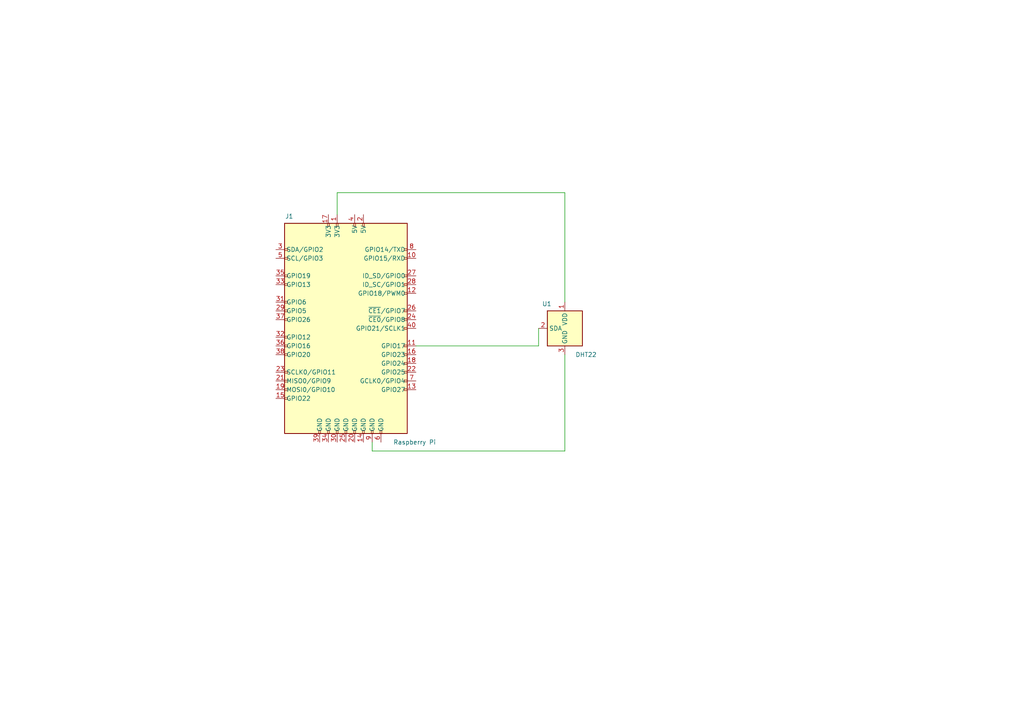
<source format=kicad_sch>
(kicad_sch (version 20231120) (generator "eeschema") (generator_version "8.0")
  (paper "A4")
  (title_block (title "DHT22 Temperature and Humidity Sensor") (date "2024-04-07") (rev "V01") (company "ReefSpy Labs") (comment 1 "https://github.com/ReefSpy/ReefberryPi"))
  (lib_symbols
    (symbol "Sensor:AM2302"
      (property "Reference" "U" (at -3.81 6.35 0))
      (property "Value" "AM2302" (at 3.81 6.35 0))
      (symbol "AM2302_0_1"
        (rectangle (start -5.08 5.08) (end 5.08 -5.08) (stroke (width 0.254)) (fill (type background)))
      )
      (symbol "AM2302_1_1"
        (pin power_in line (at 0 7.62 270) (length 2.54) (name "VDD") (number "1"))
        (pin bidirectional line (at 7.62 0 180) (length 2.54) (name "SDA") (number "2"))
        (pin power_in line (at 0 -7.62 90) (length 2.54) (name "GND") (number "3"))
        (pin passive line (at 0 -7.62 90) (length 2.54) hide (name "GND") (number "4"))
      )
    )
    (symbol "reefberrypi:Raspberry_Pi"
      (property "Reference" "J" (at -17.526 32.258 0))
      (property "Value" "Raspberry Pi" (at 17.272 -32.512 0))
      (symbol "Raspberry_Pi_0_1"
        (rectangle (start -17.78 30.48) (end 17.78 -30.48) (stroke (width 0.254)) (fill (type background)))
      )
      (symbol "Raspberry_Pi_1_1"
        (rectangle (start -16.891 -17.526) (end -17.78 -18.034))
        (rectangle (start -16.891 -14.986) (end -17.78 -15.494))
        (rectangle (start -16.891 -12.446) (end -17.78 -12.954))
        (rectangle (start -16.891 -9.906) (end -17.78 -10.414))
        (rectangle (start -16.891 -7.366) (end -17.78 -7.874))
        (rectangle (start -16.891 -4.826) (end -17.78 -5.334))
        (rectangle (start -16.891 0.254) (end -17.78 -0.254))
        (rectangle (start -16.891 2.794) (end -17.78 2.286))
        (rectangle (start -16.891 5.334) (end -17.78 4.826))
        (rectangle (start -16.891 10.414) (end -17.78 9.906))
        (rectangle (start -16.891 12.954) (end -17.78 12.446))
        (rectangle (start -16.891 15.494) (end -17.78 14.986))
        (rectangle (start -16.891 20.574) (end -17.78 20.066))
        (rectangle (start -16.891 23.114) (end -17.78 22.606))
        (rectangle (start -10.414 -29.591) (end -9.906 -30.48))
        (rectangle (start -7.874 -29.591) (end -7.366 -30.48))
        (rectangle (start -5.334 -29.591) (end -4.826 -30.48))
        (rectangle (start -5.334 30.48) (end -4.826 29.591))
        (rectangle (start -2.794 -29.591) (end -2.286 -30.48))
        (rectangle (start -2.794 30.48) (end -2.286 29.591))
        (rectangle (start -0.254 -29.591) (end 0.254 -30.48))
        (rectangle (start 2.286 -29.591) (end 2.794 -30.48))
        (rectangle (start 2.286 30.48) (end 2.794 29.591))
        (rectangle (start 4.826 -29.591) (end 5.334 -30.48))
        (rectangle (start 4.826 30.48) (end 5.334 29.591))
        (rectangle (start 7.366 -29.591) (end 7.874 -30.48))
        (rectangle (start 16.891 -15.0368) (end 17.78 -15.5448))
        (rectangle (start 16.891 -12.446) (end 17.78 -12.954))
        (rectangle (start 16.891 7.874) (end 17.78 7.366))
        (rectangle (start 17.78 -20.066) (end 16.891 -20.574))
        (rectangle (start 17.78 -17.526) (end 16.891 -18.034))
        (rectangle (start 17.78 -7.366) (end 16.891 -7.874))
        (rectangle (start 17.78 -4.826) (end 16.891 -5.334))
        (rectangle (start 17.78 -2.286) (end 16.891 -2.794))
        (rectangle (start 17.78 2.794) (end 16.891 2.286))
        (rectangle (start 17.78 5.334) (end 16.891 4.826))
        (rectangle (start 17.78 12.954) (end 16.891 12.446))
        (rectangle (start 17.78 15.494) (end 16.891 14.986))
        (rectangle (start 17.78 20.574) (end 16.891 20.066))
        (rectangle (start 17.78 23.114) (end 16.891 22.606))
        (pin power_in line (at 2.54 33.02 270) (length 2.54) (name "3V3") (number "1"))
        (pin bidirectional line (at -20.32 20.32 0) (length 2.54) (name "GPIO15/RXD") (number "10"))
        (pin bidirectional line (at -20.32 -5.08 0) (length 2.54) (name "GPIO17") (number "11"))
        (pin bidirectional line (at -20.32 10.16 0) (length 2.54) (name "GPIO18/PWM0") (number "12"))
        (pin bidirectional line (at -20.32 -17.78 0) (length 2.54) (name "GPIO27") (number "13"))
        (pin power_in line (at -5.08 -33.02 90) (length 2.54) (name "GND") (number "14"))
        (pin bidirectional line (at 20.32 -20.32 180) (length 2.54) (name "GPIO22") (number "15"))
        (pin bidirectional line (at -20.32 -7.62 0) (length 2.54) (name "GPIO23") (number "16"))
        (pin power_in line (at 5.08 33.02 270) (length 2.54) (name "3V3") (number "17"))
        (pin bidirectional line (at -20.32 -10.16 0) (length 2.54) (name "GPIO24") (number "18"))
        (pin bidirectional line (at 20.32 -17.78 180) (length 2.54) (name "MOSI0/GPIO10") (number "19"))
        (pin power_in line (at -5.08 33.02 270) (length 2.54) (name "5V") (number "2"))
        (pin power_in line (at -2.54 -33.02 90) (length 2.54) (name "GND") (number "20"))
        (pin bidirectional line (at 20.32 -15.24 180) (length 2.54) (name "MISO0/GPIO9") (number "21"))
        (pin bidirectional line (at -20.32 -12.7 0) (length 2.54) (name "GPIO25") (number "22"))
        (pin bidirectional line (at 20.32 -12.7 180) (length 2.54) (name "SCLK0/GPIO11") (number "23"))
        (pin bidirectional line (at -20.32 2.54 0) (length 2.54) (name "~{CE0}/GPIO8") (number "24"))
        (pin power_in line (at 0 -33.02 90) (length 2.54) (name "GND") (number "25"))
        (pin bidirectional line (at -20.32 5.08 0) (length 2.54) (name "~{CE1}/GPIO7") (number "26"))
        (pin bidirectional line (at -20.32 15.24 0) (length 2.54) (name "ID_SD/GPIO0") (number "27"))
        (pin bidirectional line (at -20.32 12.7 0) (length 2.54) (name "ID_SC/GPIO1") (number "28"))
        (pin bidirectional line (at 20.32 5.08 180) (length 2.54) (name "GPIO5") (number "29"))
        (pin bidirectional line (at 20.32 22.86 180) (length 2.54) (name "SDA/GPIO2") (number "3"))
        (pin power_in line (at 2.54 -33.02 90) (length 2.54) (name "GND") (number "30"))
        (pin bidirectional line (at 20.32 7.62 180) (length 2.54) (name "GPIO6") (number "31"))
        (pin bidirectional line (at 20.32 -2.54 180) (length 2.54) (name "GPIO12") (number "32"))
        (pin bidirectional line (at 20.32 12.7 180) (length 2.54) (name "GPIO13") (number "33"))
        (pin power_in line (at 5.08 -33.02 90) (length 2.54) (name "GND") (number "34"))
        (pin bidirectional line (at 20.32 15.24 180) (length 2.54) (name "GPIO19") (number "35"))
        (pin bidirectional line (at 20.32 -5.08 180) (length 2.54) (name "GPIO16") (number "36"))
        (pin bidirectional line (at 20.32 2.54 180) (length 2.54) (name "GPIO26") (number "37"))
        (pin bidirectional line (at 20.32 -7.62 180) (length 2.54) (name "GPIO20") (number "38"))
        (pin power_in line (at 7.62 -33.02 90) (length 2.54) (name "GND") (number "39"))
        (pin power_in line (at -2.54 33.02 270) (length 2.54) (name "5V") (number "4"))
        (pin bidirectional line (at -20.32 0 0) (length 2.54) (name "GPIO21/SCLK1") (number "40"))
        (pin bidirectional line (at 20.32 20.32 180) (length 2.54) (name "SCL/GPIO3") (number "5"))
        (pin power_in line (at -10.16 -33.02 90) (length 2.54) (name "GND") (number "6"))
        (pin bidirectional line (at -20.32 -15.24 0) (length 2.54) (name "GCLK0/GPIO4") (number "7"))
        (pin bidirectional line (at -20.32 22.86 0) (length 2.54) (name "GPIO14/TXD") (number "8"))
        (pin power_in line (at -7.62 -33.02 90) (length 2.54) (name "GND") (number "9"))
      )
    )
  )
  (wire (pts (xy 107.95 128.27) (xy 107.95 130.81)))
  (wire (pts (xy 107.95 130.81) (xy 163.83 130.81)))
  (wire (pts (xy 120.65 100.33) (xy 156.21 100.33)))
  (wire (pts (xy 163.83 55.88) (xy 163.83 87.63)))
  (wire (pts (xy 97.79 62.23) (xy 97.79 55.88)))
  (wire (pts (xy 156.21 100.33) (xy 156.21 95.25)))
  (wire (pts (xy 97.79 55.88) (xy 163.83 55.88)))
  (wire (pts (xy 163.83 130.81) (xy 163.83 102.87)))
  (symbol (lib_id "reefberrypi:Raspberry_Pi") (at 100.33 95.25 0) (mirror y) (unit 1)
    (property "Reference" "J1" (at 85.09 62.738 0) (effects (justify left)))
    (property "Value" "Raspberry Pi" (at 126.492 128.27 0) (effects (justify left)))
  )
  (symbol (lib_id "Sensor:AM2302") (at 163.83 95.25 0) (mirror y) (unit 1)
    (property "Reference" "U1" (at 157.226 88.138 0) (effects (justify right)))
    (property "Value" "DHT22" (at 166.878 102.87 0) (effects (justify right)))
    (property "Footprint" "Sensor:ASAIR_AM2302_P2.54mm_Vertical" (effects (hide yes)))
    (property "Datasheet" "http://akizukidenshi.com/download/ds/aosong/AM2302.pdf" (effects (hide yes)))
    (property "Description" "3.3 to 5.0V, Temperature and humidity module,  DHT22, AM2302" (effects (hide yes)))
  )
)
</source>
